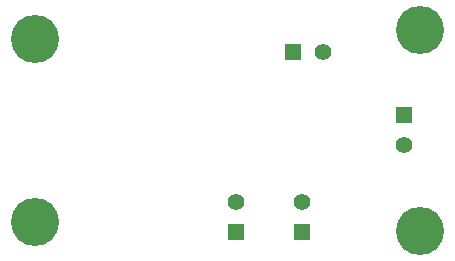
<source format=gbs>
G04 (created by PCBNEW (2013-06-11 BZR 4021)-stable) date Wed 19 Feb 2014 03:26:36 AM CST*
%MOIN*%
G04 Gerber Fmt 3.4, Leading zero omitted, Abs format*
%FSLAX34Y34*%
G01*
G70*
G90*
G04 APERTURE LIST*
%ADD10C,0.00590551*%
%ADD11R,0.055X0.055*%
%ADD12C,0.055*%
%ADD13C,0.16*%
G04 APERTURE END LIST*
G54D10*
G54D11*
X73500Y-66400D03*
G54D12*
X73500Y-67400D03*
G54D11*
X67900Y-70300D03*
G54D12*
X67900Y-69300D03*
G54D11*
X69800Y-64300D03*
G54D12*
X70800Y-64300D03*
G54D11*
X70100Y-70300D03*
G54D12*
X70100Y-69300D03*
G54D13*
X61200Y-69950D03*
X61200Y-63850D03*
X74050Y-63550D03*
X74050Y-70250D03*
M02*

</source>
